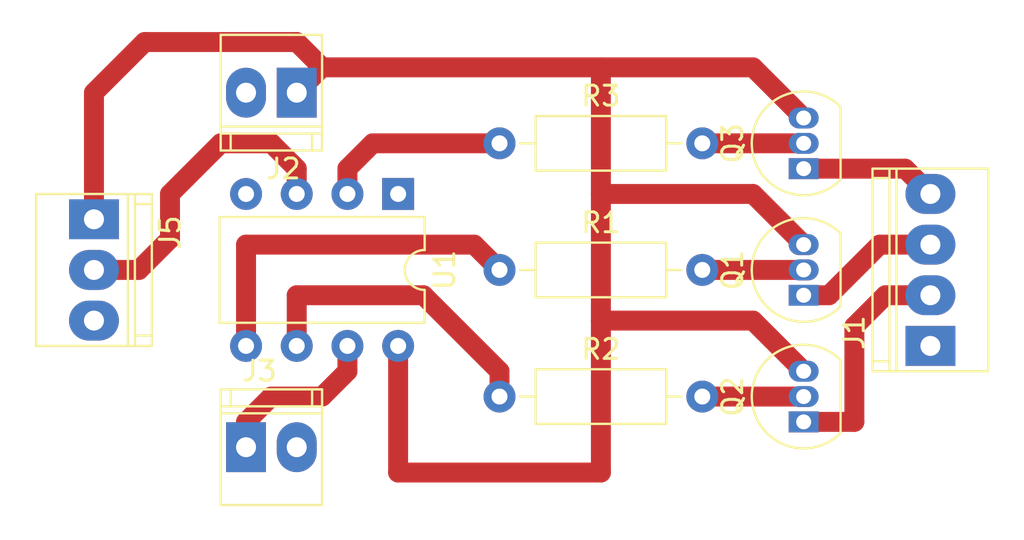
<source format=kicad_pcb>
(kicad_pcb (version 20171130) (host pcbnew "(5.1.6)-1")

  (general
    (thickness 1.6)
    (drawings 0)
    (tracks 51)
    (zones 0)
    (modules 11)
    (nets 15)
  )

  (page A4)
  (layers
    (0 F.Cu signal)
    (31 B.Cu signal)
    (32 B.Adhes user)
    (33 F.Adhes user)
    (34 B.Paste user)
    (35 F.Paste user)
    (36 B.SilkS user)
    (37 F.SilkS user)
    (38 B.Mask user)
    (39 F.Mask user)
    (40 Dwgs.User user)
    (41 Cmts.User user)
    (42 Eco1.User user)
    (43 Eco2.User user)
    (44 Edge.Cuts user)
    (45 Margin user)
    (46 B.CrtYd user)
    (47 F.CrtYd user)
    (48 B.Fab user)
    (49 F.Fab user)
  )

  (setup
    (last_trace_width 1)
    (user_trace_width 1)
    (trace_clearance 0.2)
    (zone_clearance 0.508)
    (zone_45_only no)
    (trace_min 0.2)
    (via_size 0.8)
    (via_drill 0.4)
    (via_min_size 0.4)
    (via_min_drill 0.3)
    (uvia_size 0.3)
    (uvia_drill 0.1)
    (uvias_allowed no)
    (uvia_min_size 0.2)
    (uvia_min_drill 0.1)
    (edge_width 0.05)
    (segment_width 0.2)
    (pcb_text_width 0.3)
    (pcb_text_size 1.5 1.5)
    (mod_edge_width 0.12)
    (mod_text_size 1 1)
    (mod_text_width 0.15)
    (pad_size 1.524 1.524)
    (pad_drill 0.762)
    (pad_to_mask_clearance 0.05)
    (aux_axis_origin 0 0)
    (visible_elements FFFFFF7F)
    (pcbplotparams
      (layerselection 0x010fc_ffffffff)
      (usegerberextensions false)
      (usegerberattributes true)
      (usegerberadvancedattributes true)
      (creategerberjobfile true)
      (excludeedgelayer true)
      (linewidth 0.100000)
      (plotframeref false)
      (viasonmask false)
      (mode 1)
      (useauxorigin false)
      (hpglpennumber 1)
      (hpglpenspeed 20)
      (hpglpendiameter 15.000000)
      (psnegative false)
      (psa4output false)
      (plotreference true)
      (plotvalue true)
      (plotinvisibletext false)
      (padsonsilk false)
      (subtractmaskfromsilk false)
      (outputformat 1)
      (mirror false)
      (drillshape 1)
      (scaleselection 1)
      (outputdirectory ""))
  )

  (net 0 "")
  (net 1 "Net-(J1-Pad4)")
  (net 2 "Net-(J1-Pad3)")
  (net 3 "Net-(J1-Pad2)")
  (net 4 GNDREF)
  (net 5 VCC)
  (net 6 PushButton)
  (net 7 Potentiomètre)
  (net 8 "Net-(Q1-Pad2)")
  (net 9 "Net-(Q2-Pad2)")
  (net 10 "Net-(Q3-Pad2)")
  (net 11 B)
  (net 12 G)
  (net 13 R)
  (net 14 "Net-(U1-Pad1)")

  (net_class Default "Ceci est la Netclass par défaut."
    (clearance 0.2)
    (trace_width 0.25)
    (via_dia 0.8)
    (via_drill 0.4)
    (uvia_dia 0.3)
    (uvia_drill 0.1)
    (add_net B)
    (add_net G)
    (add_net GNDREF)
    (add_net "Net-(J1-Pad2)")
    (add_net "Net-(J1-Pad3)")
    (add_net "Net-(J1-Pad4)")
    (add_net "Net-(Q1-Pad2)")
    (add_net "Net-(Q2-Pad2)")
    (add_net "Net-(Q3-Pad2)")
    (add_net "Net-(U1-Pad1)")
    (add_net Potentiomètre)
    (add_net PushButton)
    (add_net R)
    (add_net VCC)
  )

  (module Package_DIP:DIP-8_W7.62mm (layer F.Cu) (tedit 5A02E8C5) (tstamp 5EE4073E)
    (at 146.05 74.93 270)
    (descr "8-lead though-hole mounted DIP package, row spacing 7.62 mm (300 mils)")
    (tags "THT DIP DIL PDIP 2.54mm 7.62mm 300mil")
    (path /5EDFB624)
    (fp_text reference U1 (at 3.81 -2.33 90) (layer F.SilkS)
      (effects (font (size 1 1) (thickness 0.15)))
    )
    (fp_text value ATtiny85-20PU (at 3.81 9.95 90) (layer F.Fab)
      (effects (font (size 1 1) (thickness 0.15)))
    )
    (fp_text user %R (at 3.81 3.81 90) (layer F.Fab)
      (effects (font (size 1 1) (thickness 0.15)))
    )
    (fp_arc (start 3.81 -1.33) (end 2.81 -1.33) (angle -180) (layer F.SilkS) (width 0.12))
    (fp_line (start 1.635 -1.27) (end 6.985 -1.27) (layer F.Fab) (width 0.1))
    (fp_line (start 6.985 -1.27) (end 6.985 8.89) (layer F.Fab) (width 0.1))
    (fp_line (start 6.985 8.89) (end 0.635 8.89) (layer F.Fab) (width 0.1))
    (fp_line (start 0.635 8.89) (end 0.635 -0.27) (layer F.Fab) (width 0.1))
    (fp_line (start 0.635 -0.27) (end 1.635 -1.27) (layer F.Fab) (width 0.1))
    (fp_line (start 2.81 -1.33) (end 1.16 -1.33) (layer F.SilkS) (width 0.12))
    (fp_line (start 1.16 -1.33) (end 1.16 8.95) (layer F.SilkS) (width 0.12))
    (fp_line (start 1.16 8.95) (end 6.46 8.95) (layer F.SilkS) (width 0.12))
    (fp_line (start 6.46 8.95) (end 6.46 -1.33) (layer F.SilkS) (width 0.12))
    (fp_line (start 6.46 -1.33) (end 4.81 -1.33) (layer F.SilkS) (width 0.12))
    (fp_line (start -1.1 -1.55) (end -1.1 9.15) (layer F.CrtYd) (width 0.05))
    (fp_line (start -1.1 9.15) (end 8.7 9.15) (layer F.CrtYd) (width 0.05))
    (fp_line (start 8.7 9.15) (end 8.7 -1.55) (layer F.CrtYd) (width 0.05))
    (fp_line (start 8.7 -1.55) (end -1.1 -1.55) (layer F.CrtYd) (width 0.05))
    (pad 8 thru_hole oval (at 7.62 0 270) (size 1.6 1.6) (drill 0.8) (layers *.Cu *.Mask)
      (net 5 VCC))
    (pad 4 thru_hole oval (at 0 7.62 270) (size 1.6 1.6) (drill 0.8) (layers *.Cu *.Mask)
      (net 4 GNDREF))
    (pad 7 thru_hole oval (at 7.62 2.54 270) (size 1.6 1.6) (drill 0.8) (layers *.Cu *.Mask)
      (net 6 PushButton))
    (pad 3 thru_hole oval (at 0 5.08 270) (size 1.6 1.6) (drill 0.8) (layers *.Cu *.Mask)
      (net 7 Potentiomètre))
    (pad 6 thru_hole oval (at 7.62 5.08 270) (size 1.6 1.6) (drill 0.8) (layers *.Cu *.Mask)
      (net 12 G))
    (pad 2 thru_hole oval (at 0 2.54 270) (size 1.6 1.6) (drill 0.8) (layers *.Cu *.Mask)
      (net 13 R))
    (pad 5 thru_hole oval (at 7.62 7.62 270) (size 1.6 1.6) (drill 0.8) (layers *.Cu *.Mask)
      (net 11 B))
    (pad 1 thru_hole rect (at 0 0 270) (size 1.6 1.6) (drill 0.8) (layers *.Cu *.Mask)
      (net 14 "Net-(U1-Pad1)"))
    (model ${KISYS3DMOD}/Package_DIP.3dshapes/DIP-8_W7.62mm.wrl
      (at (xyz 0 0 0))
      (scale (xyz 1 1 1))
      (rotate (xyz 0 0 0))
    )
  )

  (module Resistor_THT:R_Axial_DIN0207_L6.3mm_D2.5mm_P10.16mm_Horizontal (layer F.Cu) (tedit 5AE5139B) (tstamp 5EE40722)
    (at 151.13 72.39)
    (descr "Resistor, Axial_DIN0207 series, Axial, Horizontal, pin pitch=10.16mm, 0.25W = 1/4W, length*diameter=6.3*2.5mm^2, http://cdn-reichelt.de/documents/datenblatt/B400/1_4W%23YAG.pdf")
    (tags "Resistor Axial_DIN0207 series Axial Horizontal pin pitch 10.16mm 0.25W = 1/4W length 6.3mm diameter 2.5mm")
    (path /5EE014EA)
    (fp_text reference R3 (at 5.08 -2.37) (layer F.SilkS)
      (effects (font (size 1 1) (thickness 0.15)))
    )
    (fp_text value 1k (at 5.08 2.37) (layer F.Fab)
      (effects (font (size 1 1) (thickness 0.15)))
    )
    (fp_text user %R (at 5.08 0) (layer F.Fab)
      (effects (font (size 1 1) (thickness 0.15)))
    )
    (fp_line (start 1.93 -1.25) (end 1.93 1.25) (layer F.Fab) (width 0.1))
    (fp_line (start 1.93 1.25) (end 8.23 1.25) (layer F.Fab) (width 0.1))
    (fp_line (start 8.23 1.25) (end 8.23 -1.25) (layer F.Fab) (width 0.1))
    (fp_line (start 8.23 -1.25) (end 1.93 -1.25) (layer F.Fab) (width 0.1))
    (fp_line (start 0 0) (end 1.93 0) (layer F.Fab) (width 0.1))
    (fp_line (start 10.16 0) (end 8.23 0) (layer F.Fab) (width 0.1))
    (fp_line (start 1.81 -1.37) (end 1.81 1.37) (layer F.SilkS) (width 0.12))
    (fp_line (start 1.81 1.37) (end 8.35 1.37) (layer F.SilkS) (width 0.12))
    (fp_line (start 8.35 1.37) (end 8.35 -1.37) (layer F.SilkS) (width 0.12))
    (fp_line (start 8.35 -1.37) (end 1.81 -1.37) (layer F.SilkS) (width 0.12))
    (fp_line (start 1.04 0) (end 1.81 0) (layer F.SilkS) (width 0.12))
    (fp_line (start 9.12 0) (end 8.35 0) (layer F.SilkS) (width 0.12))
    (fp_line (start -1.05 -1.5) (end -1.05 1.5) (layer F.CrtYd) (width 0.05))
    (fp_line (start -1.05 1.5) (end 11.21 1.5) (layer F.CrtYd) (width 0.05))
    (fp_line (start 11.21 1.5) (end 11.21 -1.5) (layer F.CrtYd) (width 0.05))
    (fp_line (start 11.21 -1.5) (end -1.05 -1.5) (layer F.CrtYd) (width 0.05))
    (pad 2 thru_hole oval (at 10.16 0) (size 1.6 1.6) (drill 0.8) (layers *.Cu *.Mask)
      (net 10 "Net-(Q3-Pad2)"))
    (pad 1 thru_hole circle (at 0 0) (size 1.6 1.6) (drill 0.8) (layers *.Cu *.Mask)
      (net 13 R))
    (model ${KISYS3DMOD}/Resistor_THT.3dshapes/R_Axial_DIN0207_L6.3mm_D2.5mm_P10.16mm_Horizontal.wrl
      (at (xyz 0 0 0))
      (scale (xyz 1 1 1))
      (rotate (xyz 0 0 0))
    )
  )

  (module Resistor_THT:R_Axial_DIN0207_L6.3mm_D2.5mm_P10.16mm_Horizontal (layer F.Cu) (tedit 5AE5139B) (tstamp 5EE4070B)
    (at 151.13 85.09)
    (descr "Resistor, Axial_DIN0207 series, Axial, Horizontal, pin pitch=10.16mm, 0.25W = 1/4W, length*diameter=6.3*2.5mm^2, http://cdn-reichelt.de/documents/datenblatt/B400/1_4W%23YAG.pdf")
    (tags "Resistor Axial_DIN0207 series Axial Horizontal pin pitch 10.16mm 0.25W = 1/4W length 6.3mm diameter 2.5mm")
    (path /5EE00C74)
    (fp_text reference R2 (at 5.08 -2.37) (layer F.SilkS)
      (effects (font (size 1 1) (thickness 0.15)))
    )
    (fp_text value 1k (at 5.08 2.37) (layer F.Fab)
      (effects (font (size 1 1) (thickness 0.15)))
    )
    (fp_text user %R (at 5.08 0) (layer F.Fab)
      (effects (font (size 1 1) (thickness 0.15)))
    )
    (fp_line (start 1.93 -1.25) (end 1.93 1.25) (layer F.Fab) (width 0.1))
    (fp_line (start 1.93 1.25) (end 8.23 1.25) (layer F.Fab) (width 0.1))
    (fp_line (start 8.23 1.25) (end 8.23 -1.25) (layer F.Fab) (width 0.1))
    (fp_line (start 8.23 -1.25) (end 1.93 -1.25) (layer F.Fab) (width 0.1))
    (fp_line (start 0 0) (end 1.93 0) (layer F.Fab) (width 0.1))
    (fp_line (start 10.16 0) (end 8.23 0) (layer F.Fab) (width 0.1))
    (fp_line (start 1.81 -1.37) (end 1.81 1.37) (layer F.SilkS) (width 0.12))
    (fp_line (start 1.81 1.37) (end 8.35 1.37) (layer F.SilkS) (width 0.12))
    (fp_line (start 8.35 1.37) (end 8.35 -1.37) (layer F.SilkS) (width 0.12))
    (fp_line (start 8.35 -1.37) (end 1.81 -1.37) (layer F.SilkS) (width 0.12))
    (fp_line (start 1.04 0) (end 1.81 0) (layer F.SilkS) (width 0.12))
    (fp_line (start 9.12 0) (end 8.35 0) (layer F.SilkS) (width 0.12))
    (fp_line (start -1.05 -1.5) (end -1.05 1.5) (layer F.CrtYd) (width 0.05))
    (fp_line (start -1.05 1.5) (end 11.21 1.5) (layer F.CrtYd) (width 0.05))
    (fp_line (start 11.21 1.5) (end 11.21 -1.5) (layer F.CrtYd) (width 0.05))
    (fp_line (start 11.21 -1.5) (end -1.05 -1.5) (layer F.CrtYd) (width 0.05))
    (pad 2 thru_hole oval (at 10.16 0) (size 1.6 1.6) (drill 0.8) (layers *.Cu *.Mask)
      (net 9 "Net-(Q2-Pad2)"))
    (pad 1 thru_hole circle (at 0 0) (size 1.6 1.6) (drill 0.8) (layers *.Cu *.Mask)
      (net 12 G))
    (model ${KISYS3DMOD}/Resistor_THT.3dshapes/R_Axial_DIN0207_L6.3mm_D2.5mm_P10.16mm_Horizontal.wrl
      (at (xyz 0 0 0))
      (scale (xyz 1 1 1))
      (rotate (xyz 0 0 0))
    )
  )

  (module Resistor_THT:R_Axial_DIN0207_L6.3mm_D2.5mm_P10.16mm_Horizontal (layer F.Cu) (tedit 5AE5139B) (tstamp 5EE406F4)
    (at 151.13 78.74)
    (descr "Resistor, Axial_DIN0207 series, Axial, Horizontal, pin pitch=10.16mm, 0.25W = 1/4W, length*diameter=6.3*2.5mm^2, http://cdn-reichelt.de/documents/datenblatt/B400/1_4W%23YAG.pdf")
    (tags "Resistor Axial_DIN0207 series Axial Horizontal pin pitch 10.16mm 0.25W = 1/4W length 6.3mm diameter 2.5mm")
    (path /5EDFFD3A)
    (fp_text reference R1 (at 5.08 -2.37) (layer F.SilkS)
      (effects (font (size 1 1) (thickness 0.15)))
    )
    (fp_text value 1k (at 5.08 2.37) (layer F.Fab)
      (effects (font (size 1 1) (thickness 0.15)))
    )
    (fp_text user %R (at 5.08 0) (layer F.Fab)
      (effects (font (size 1 1) (thickness 0.15)))
    )
    (fp_line (start 1.93 -1.25) (end 1.93 1.25) (layer F.Fab) (width 0.1))
    (fp_line (start 1.93 1.25) (end 8.23 1.25) (layer F.Fab) (width 0.1))
    (fp_line (start 8.23 1.25) (end 8.23 -1.25) (layer F.Fab) (width 0.1))
    (fp_line (start 8.23 -1.25) (end 1.93 -1.25) (layer F.Fab) (width 0.1))
    (fp_line (start 0 0) (end 1.93 0) (layer F.Fab) (width 0.1))
    (fp_line (start 10.16 0) (end 8.23 0) (layer F.Fab) (width 0.1))
    (fp_line (start 1.81 -1.37) (end 1.81 1.37) (layer F.SilkS) (width 0.12))
    (fp_line (start 1.81 1.37) (end 8.35 1.37) (layer F.SilkS) (width 0.12))
    (fp_line (start 8.35 1.37) (end 8.35 -1.37) (layer F.SilkS) (width 0.12))
    (fp_line (start 8.35 -1.37) (end 1.81 -1.37) (layer F.SilkS) (width 0.12))
    (fp_line (start 1.04 0) (end 1.81 0) (layer F.SilkS) (width 0.12))
    (fp_line (start 9.12 0) (end 8.35 0) (layer F.SilkS) (width 0.12))
    (fp_line (start -1.05 -1.5) (end -1.05 1.5) (layer F.CrtYd) (width 0.05))
    (fp_line (start -1.05 1.5) (end 11.21 1.5) (layer F.CrtYd) (width 0.05))
    (fp_line (start 11.21 1.5) (end 11.21 -1.5) (layer F.CrtYd) (width 0.05))
    (fp_line (start 11.21 -1.5) (end -1.05 -1.5) (layer F.CrtYd) (width 0.05))
    (pad 2 thru_hole oval (at 10.16 0) (size 1.6 1.6) (drill 0.8) (layers *.Cu *.Mask)
      (net 8 "Net-(Q1-Pad2)"))
    (pad 1 thru_hole circle (at 0 0) (size 1.6 1.6) (drill 0.8) (layers *.Cu *.Mask)
      (net 11 B))
    (model ${KISYS3DMOD}/Resistor_THT.3dshapes/R_Axial_DIN0207_L6.3mm_D2.5mm_P10.16mm_Horizontal.wrl
      (at (xyz 0 0 0))
      (scale (xyz 1 1 1))
      (rotate (xyz 0 0 0))
    )
  )

  (module Package_TO_SOT_THT:TO-92_Inline (layer F.Cu) (tedit 5A1DD157) (tstamp 5EE406DD)
    (at 166.37 73.66 90)
    (descr "TO-92 leads in-line, narrow, oval pads, drill 0.75mm (see NXP sot054_po.pdf)")
    (tags "to-92 sc-43 sc-43a sot54 PA33 transistor")
    (path /5EE0552A)
    (fp_text reference Q3 (at 1.27 -3.56 90) (layer F.SilkS)
      (effects (font (size 1 1) (thickness 0.15)))
    )
    (fp_text value PN2222A (at 1.27 2.79 90) (layer F.Fab)
      (effects (font (size 1 1) (thickness 0.15)))
    )
    (fp_arc (start 1.27 0) (end 1.27 -2.6) (angle 135) (layer F.SilkS) (width 0.12))
    (fp_arc (start 1.27 0) (end 1.27 -2.48) (angle -135) (layer F.Fab) (width 0.1))
    (fp_arc (start 1.27 0) (end 1.27 -2.6) (angle -135) (layer F.SilkS) (width 0.12))
    (fp_arc (start 1.27 0) (end 1.27 -2.48) (angle 135) (layer F.Fab) (width 0.1))
    (fp_text user %R (at 1.27 -3.56 90) (layer F.Fab)
      (effects (font (size 1 1) (thickness 0.15)))
    )
    (fp_line (start -0.53 1.85) (end 3.07 1.85) (layer F.SilkS) (width 0.12))
    (fp_line (start -0.5 1.75) (end 3 1.75) (layer F.Fab) (width 0.1))
    (fp_line (start -1.46 -2.73) (end 4 -2.73) (layer F.CrtYd) (width 0.05))
    (fp_line (start -1.46 -2.73) (end -1.46 2.01) (layer F.CrtYd) (width 0.05))
    (fp_line (start 4 2.01) (end 4 -2.73) (layer F.CrtYd) (width 0.05))
    (fp_line (start 4 2.01) (end -1.46 2.01) (layer F.CrtYd) (width 0.05))
    (pad 1 thru_hole rect (at 0 0 90) (size 1.05 1.5) (drill 0.75) (layers *.Cu *.Mask)
      (net 1 "Net-(J1-Pad4)"))
    (pad 3 thru_hole oval (at 2.54 0 90) (size 1.05 1.5) (drill 0.75) (layers *.Cu *.Mask)
      (net 5 VCC))
    (pad 2 thru_hole oval (at 1.27 0 90) (size 1.05 1.5) (drill 0.75) (layers *.Cu *.Mask)
      (net 10 "Net-(Q3-Pad2)"))
    (model ${KISYS3DMOD}/Package_TO_SOT_THT.3dshapes/TO-92_Inline.wrl
      (at (xyz 0 0 0))
      (scale (xyz 1 1 1))
      (rotate (xyz 0 0 0))
    )
  )

  (module Package_TO_SOT_THT:TO-92_Inline (layer F.Cu) (tedit 5A1DD157) (tstamp 5EE406CB)
    (at 166.37 86.36 90)
    (descr "TO-92 leads in-line, narrow, oval pads, drill 0.75mm (see NXP sot054_po.pdf)")
    (tags "to-92 sc-43 sc-43a sot54 PA33 transistor")
    (path /5EDFD2C2)
    (fp_text reference Q2 (at 1.27 -3.56 90) (layer F.SilkS)
      (effects (font (size 1 1) (thickness 0.15)))
    )
    (fp_text value PN2222A (at 1.27 2.79 90) (layer F.Fab)
      (effects (font (size 1 1) (thickness 0.15)))
    )
    (fp_arc (start 1.27 0) (end 1.27 -2.6) (angle 135) (layer F.SilkS) (width 0.12))
    (fp_arc (start 1.27 0) (end 1.27 -2.48) (angle -135) (layer F.Fab) (width 0.1))
    (fp_arc (start 1.27 0) (end 1.27 -2.6) (angle -135) (layer F.SilkS) (width 0.12))
    (fp_arc (start 1.27 0) (end 1.27 -2.48) (angle 135) (layer F.Fab) (width 0.1))
    (fp_text user %R (at 1.27 -3.56 90) (layer F.Fab)
      (effects (font (size 1 1) (thickness 0.15)))
    )
    (fp_line (start -0.53 1.85) (end 3.07 1.85) (layer F.SilkS) (width 0.12))
    (fp_line (start -0.5 1.75) (end 3 1.75) (layer F.Fab) (width 0.1))
    (fp_line (start -1.46 -2.73) (end 4 -2.73) (layer F.CrtYd) (width 0.05))
    (fp_line (start -1.46 -2.73) (end -1.46 2.01) (layer F.CrtYd) (width 0.05))
    (fp_line (start 4 2.01) (end 4 -2.73) (layer F.CrtYd) (width 0.05))
    (fp_line (start 4 2.01) (end -1.46 2.01) (layer F.CrtYd) (width 0.05))
    (pad 1 thru_hole rect (at 0 0 90) (size 1.05 1.5) (drill 0.75) (layers *.Cu *.Mask)
      (net 3 "Net-(J1-Pad2)"))
    (pad 3 thru_hole oval (at 2.54 0 90) (size 1.05 1.5) (drill 0.75) (layers *.Cu *.Mask)
      (net 5 VCC))
    (pad 2 thru_hole oval (at 1.27 0 90) (size 1.05 1.5) (drill 0.75) (layers *.Cu *.Mask)
      (net 9 "Net-(Q2-Pad2)"))
    (model ${KISYS3DMOD}/Package_TO_SOT_THT.3dshapes/TO-92_Inline.wrl
      (at (xyz 0 0 0))
      (scale (xyz 1 1 1))
      (rotate (xyz 0 0 0))
    )
  )

  (module Package_TO_SOT_THT:TO-92_Inline (layer F.Cu) (tedit 5A1DD157) (tstamp 5EE406B9)
    (at 166.37 80.01 90)
    (descr "TO-92 leads in-line, narrow, oval pads, drill 0.75mm (see NXP sot054_po.pdf)")
    (tags "to-92 sc-43 sc-43a sot54 PA33 transistor")
    (path /5EDFC705)
    (fp_text reference Q1 (at 1.27 -3.56 90) (layer F.SilkS)
      (effects (font (size 1 1) (thickness 0.15)))
    )
    (fp_text value PN2222A (at 1.27 2.79 90) (layer F.Fab)
      (effects (font (size 1 1) (thickness 0.15)))
    )
    (fp_arc (start 1.27 0) (end 1.27 -2.6) (angle 135) (layer F.SilkS) (width 0.12))
    (fp_arc (start 1.27 0) (end 1.27 -2.48) (angle -135) (layer F.Fab) (width 0.1))
    (fp_arc (start 1.27 0) (end 1.27 -2.6) (angle -135) (layer F.SilkS) (width 0.12))
    (fp_arc (start 1.27 0) (end 1.27 -2.48) (angle 135) (layer F.Fab) (width 0.1))
    (fp_text user %R (at 1.27 -3.56 90) (layer F.Fab)
      (effects (font (size 1 1) (thickness 0.15)))
    )
    (fp_line (start -0.53 1.85) (end 3.07 1.85) (layer F.SilkS) (width 0.12))
    (fp_line (start -0.5 1.75) (end 3 1.75) (layer F.Fab) (width 0.1))
    (fp_line (start -1.46 -2.73) (end 4 -2.73) (layer F.CrtYd) (width 0.05))
    (fp_line (start -1.46 -2.73) (end -1.46 2.01) (layer F.CrtYd) (width 0.05))
    (fp_line (start 4 2.01) (end 4 -2.73) (layer F.CrtYd) (width 0.05))
    (fp_line (start 4 2.01) (end -1.46 2.01) (layer F.CrtYd) (width 0.05))
    (pad 1 thru_hole rect (at 0 0 90) (size 1.05 1.5) (drill 0.75) (layers *.Cu *.Mask)
      (net 2 "Net-(J1-Pad3)"))
    (pad 3 thru_hole oval (at 2.54 0 90) (size 1.05 1.5) (drill 0.75) (layers *.Cu *.Mask)
      (net 5 VCC))
    (pad 2 thru_hole oval (at 1.27 0 90) (size 1.05 1.5) (drill 0.75) (layers *.Cu *.Mask)
      (net 8 "Net-(Q1-Pad2)"))
    (model ${KISYS3DMOD}/Package_TO_SOT_THT.3dshapes/TO-92_Inline.wrl
      (at (xyz 0 0 0))
      (scale (xyz 1 1 1))
      (rotate (xyz 0 0 0))
    )
  )

  (module RFA_Connector:Gotronic_S003 (layer F.Cu) (tedit 5EE3A83B) (tstamp 5EE406A7)
    (at 130.81 76.2 270)
    (tags "Connecteur 01x02 S002 Gotronic")
    (path /5EE245E6)
    (fp_text reference J5 (at 0.67 -3.82 90) (layer F.SilkS)
      (effects (font (size 1 1) (thickness 0.15)))
    )
    (fp_text value Potentiomètre (at 2.72 3.86 90) (layer F.Fab)
      (effects (font (size 1 1) (thickness 0.15)))
    )
    (fp_text user %R (at 1.01 2.09 90) (layer F.Fab)
      (effects (font (size 1 1) (thickness 0.15)))
    )
    (fp_line (start -1.27 -2.9) (end 6.35 -2.9) (layer F.SilkS) (width 0.12))
    (fp_line (start 6.35 -2.9) (end 6.35 2.9) (layer F.SilkS) (width 0.12))
    (fp_line (start 6.35 2.9) (end -1.27 2.9) (layer F.SilkS) (width 0.12))
    (fp_line (start -1.27 2.9) (end -1.27 -2.9) (layer F.SilkS) (width 0.12))
    (fp_line (start -1.27 -2.05) (end 6.34 -2.05) (layer F.SilkS) (width 0.12))
    (fp_line (start -1.27 -1.7) (end 6.33 -1.7) (layer F.SilkS) (width 0.12))
    (fp_line (start -0.77 -2.89) (end -0.77 -2.08) (layer F.SilkS) (width 0.12))
    (fp_line (start 5.83 -2.89) (end 5.83 -2.09) (layer F.SilkS) (width 0.12))
    (fp_line (start -1.27 -2.9) (end 6.35 -2.9) (layer F.CrtYd) (width 0.12))
    (fp_line (start 6.35 -2.9) (end 6.35 2.9) (layer F.CrtYd) (width 0.12))
    (fp_line (start 6.35 2.9) (end -1.27 2.9) (layer F.CrtYd) (width 0.12))
    (fp_line (start -1.27 2.9) (end -1.27 -2.9) (layer F.CrtYd) (width 0.12))
    (fp_line (start -1.27 -2.9) (end 6.35 -2.9) (layer F.Fab) (width 0.12))
    (fp_line (start 6.35 -2.9) (end 6.35 2.9) (layer F.Fab) (width 0.12))
    (fp_line (start 6.35 2.9) (end -1.27 2.9) (layer F.Fab) (width 0.12))
    (fp_line (start -1.27 2.9) (end -1.27 -2.9) (layer F.Fab) (width 0.12))
    (fp_line (start -1.27 -2.9) (end -1.26 -2.9) (layer F.Fab) (width 0.12))
    (pad 3 thru_hole oval (at 5.08 0 270) (size 2 2.5) (drill 1) (layers *.Cu *.Mask)
      (net 4 GNDREF))
    (pad 2 thru_hole oval (at 2.54 0 270) (size 2 2.5) (drill 1) (layers *.Cu *.Mask)
      (net 7 Potentiomètre))
    (pad 1 thru_hole rect (at 0 0 270) (size 2 2.5) (drill 1) (layers *.Cu *.Mask)
      (net 5 VCC))
  )

  (module RFA_Connector:Gotronic_S002 (layer F.Cu) (tedit 5EE0CF48) (tstamp 5EE4068E)
    (at 138.43 87.63)
    (tags "Connecteur 01x02 S002 Gotronic")
    (path /5EE23575)
    (fp_text reference J3 (at 0.67 -3.82) (layer F.SilkS)
      (effects (font (size 1 1) (thickness 0.15)))
    )
    (fp_text value Pushbutton (at 1.79 3.8) (layer F.Fab)
      (effects (font (size 1 1) (thickness 0.15)))
    )
    (fp_text user %R (at 1.01 2.09) (layer F.Fab)
      (effects (font (size 1 1) (thickness 0.15)))
    )
    (fp_line (start -1.27 -2.9) (end 3.81 -2.9) (layer F.SilkS) (width 0.12))
    (fp_line (start 3.81 -2.9) (end 3.81 2.9) (layer F.SilkS) (width 0.12))
    (fp_line (start 3.81 2.9) (end -1.27 2.9) (layer F.SilkS) (width 0.12))
    (fp_line (start -1.27 2.9) (end -1.27 -2.9) (layer F.SilkS) (width 0.12))
    (fp_line (start -1.27 -2.05) (end 3.81 -2.05) (layer F.SilkS) (width 0.12))
    (fp_line (start -1.27 -1.7) (end 3.81 -1.7) (layer F.SilkS) (width 0.12))
    (fp_line (start -0.77 -2.89) (end -0.77 -2.08) (layer F.SilkS) (width 0.12))
    (fp_line (start 3.31 -2.88) (end 3.31 -2.06) (layer F.SilkS) (width 0.12))
    (fp_line (start -1.27 -2.9) (end 3.81 -2.9) (layer F.CrtYd) (width 0.12))
    (fp_line (start 3.81 -2.9) (end 3.81 2.9) (layer F.CrtYd) (width 0.12))
    (fp_line (start 3.81 2.9) (end -1.27 2.9) (layer F.CrtYd) (width 0.12))
    (fp_line (start -1.27 2.9) (end -1.27 -2.9) (layer F.CrtYd) (width 0.12))
    (fp_line (start -1.27 -2.9) (end 3.81 -2.9) (layer F.Fab) (width 0.12))
    (fp_line (start 3.81 -2.9) (end 3.81 2.9) (layer F.Fab) (width 0.12))
    (fp_line (start 3.81 2.9) (end -1.27 2.9) (layer F.Fab) (width 0.12))
    (fp_line (start -1.27 2.9) (end -1.27 -2.9) (layer F.Fab) (width 0.12))
    (fp_line (start -1.27 -2.9) (end -1.26 -2.9) (layer F.Fab) (width 0.12))
    (pad 2 thru_hole oval (at 2.54 0) (size 2 2.5) (drill 1) (layers *.Cu *.Mask)
      (net 4 GNDREF))
    (pad 1 thru_hole rect (at 0 0) (size 2 2.5) (drill 1) (layers *.Cu *.Mask)
      (net 6 PushButton))
  )

  (module RFA_Connector:Gotronic_S002 (layer F.Cu) (tedit 5EE0CF48) (tstamp 5EE40676)
    (at 140.97 69.85 180)
    (tags "Connecteur 01x02 S002 Gotronic")
    (path /5EE21198)
    (fp_text reference J2 (at 0.67 -3.82) (layer F.SilkS)
      (effects (font (size 1 1) (thickness 0.15)))
    )
    (fp_text value Alimentation (at 1.79 3.8) (layer F.Fab)
      (effects (font (size 1 1) (thickness 0.15)))
    )
    (fp_text user %R (at 1.01 2.09) (layer F.Fab)
      (effects (font (size 1 1) (thickness 0.15)))
    )
    (fp_line (start -1.27 -2.9) (end 3.81 -2.9) (layer F.SilkS) (width 0.12))
    (fp_line (start 3.81 -2.9) (end 3.81 2.9) (layer F.SilkS) (width 0.12))
    (fp_line (start 3.81 2.9) (end -1.27 2.9) (layer F.SilkS) (width 0.12))
    (fp_line (start -1.27 2.9) (end -1.27 -2.9) (layer F.SilkS) (width 0.12))
    (fp_line (start -1.27 -2.05) (end 3.81 -2.05) (layer F.SilkS) (width 0.12))
    (fp_line (start -1.27 -1.7) (end 3.81 -1.7) (layer F.SilkS) (width 0.12))
    (fp_line (start -0.77 -2.89) (end -0.77 -2.08) (layer F.SilkS) (width 0.12))
    (fp_line (start 3.31 -2.88) (end 3.31 -2.06) (layer F.SilkS) (width 0.12))
    (fp_line (start -1.27 -2.9) (end 3.81 -2.9) (layer F.CrtYd) (width 0.12))
    (fp_line (start 3.81 -2.9) (end 3.81 2.9) (layer F.CrtYd) (width 0.12))
    (fp_line (start 3.81 2.9) (end -1.27 2.9) (layer F.CrtYd) (width 0.12))
    (fp_line (start -1.27 2.9) (end -1.27 -2.9) (layer F.CrtYd) (width 0.12))
    (fp_line (start -1.27 -2.9) (end 3.81 -2.9) (layer F.Fab) (width 0.12))
    (fp_line (start 3.81 -2.9) (end 3.81 2.9) (layer F.Fab) (width 0.12))
    (fp_line (start 3.81 2.9) (end -1.27 2.9) (layer F.Fab) (width 0.12))
    (fp_line (start -1.27 2.9) (end -1.27 -2.9) (layer F.Fab) (width 0.12))
    (fp_line (start -1.27 -2.9) (end -1.26 -2.9) (layer F.Fab) (width 0.12))
    (pad 2 thru_hole oval (at 2.54 0 180) (size 2 2.5) (drill 1) (layers *.Cu *.Mask)
      (net 4 GNDREF))
    (pad 1 thru_hole rect (at 0 0 180) (size 2 2.5) (drill 1) (layers *.Cu *.Mask)
      (net 5 VCC))
  )

  (module RFA_Connector:Gotronic_S004 (layer F.Cu) (tedit 5EE3A831) (tstamp 5EE4065E)
    (at 172.72 82.55 90)
    (tags "Connecteur 01x02 S002 Gotronic")
    (path /5EE06C5E)
    (fp_text reference J1 (at 0.67 -3.82 90) (layer F.SilkS)
      (effects (font (size 1 1) (thickness 0.15)))
    )
    (fp_text value Leds (at 3.81 3.85 90) (layer F.Fab)
      (effects (font (size 1 1) (thickness 0.15)))
    )
    (fp_text user %R (at 1.01 2.09 90) (layer F.Fab)
      (effects (font (size 1 1) (thickness 0.15)))
    )
    (fp_line (start -1.27 -2.9) (end -1.26 -2.9) (layer F.Fab) (width 0.12))
    (fp_line (start -1.27 2.9) (end -1.27 -2.9) (layer F.Fab) (width 0.12))
    (fp_line (start 8.89 2.9) (end -1.27 2.9) (layer F.Fab) (width 0.12))
    (fp_line (start 8.89 -2.9) (end 8.89 2.9) (layer F.Fab) (width 0.12))
    (fp_line (start -1.27 -2.9) (end 8.89 -2.9) (layer F.Fab) (width 0.12))
    (fp_line (start -1.27 2.9) (end -1.27 -2.9) (layer F.CrtYd) (width 0.12))
    (fp_line (start 8.89 2.9) (end -1.27 2.9) (layer F.CrtYd) (width 0.12))
    (fp_line (start 8.89 -2.9) (end 8.89 2.9) (layer F.CrtYd) (width 0.12))
    (fp_line (start -1.27 -2.9) (end 8.89 -2.9) (layer F.CrtYd) (width 0.12))
    (fp_line (start 8.42 -2.87) (end 8.42 -2.08) (layer F.SilkS) (width 0.12))
    (fp_line (start -0.77 -2.89) (end -0.77 -2.08) (layer F.SilkS) (width 0.12))
    (fp_line (start -1.27 -1.7) (end 8.86 -1.7) (layer F.SilkS) (width 0.12))
    (fp_line (start -1.27 -2.05) (end 8.87 -2.05) (layer F.SilkS) (width 0.12))
    (fp_line (start -1.27 2.9) (end -1.27 -2.9) (layer F.SilkS) (width 0.12))
    (fp_line (start 8.89 2.9) (end -1.27 2.9) (layer F.SilkS) (width 0.12))
    (fp_line (start 8.89 -2.9) (end 8.89 2.9) (layer F.SilkS) (width 0.12))
    (fp_line (start -1.27 -2.9) (end 8.89 -2.9) (layer F.SilkS) (width 0.12))
    (pad 4 thru_hole oval (at 7.62 0 90) (size 2 2.5) (drill 1) (layers *.Cu *.Mask)
      (net 1 "Net-(J1-Pad4)"))
    (pad 3 thru_hole oval (at 5.08 0 90) (size 2 2.5) (drill 1) (layers *.Cu *.Mask)
      (net 2 "Net-(J1-Pad3)"))
    (pad 2 thru_hole oval (at 2.54 0 90) (size 2 2.5) (drill 1) (layers *.Cu *.Mask)
      (net 3 "Net-(J1-Pad2)"))
    (pad 1 thru_hole rect (at 0 0 90) (size 2 2.5) (drill 1) (layers *.Cu *.Mask)
      (net 4 GNDREF))
  )

  (segment (start 171.45 73.66) (end 172.72 74.93) (width 1) (layer F.Cu) (net 1))
  (segment (start 166.37 73.66) (end 171.45 73.66) (width 1) (layer F.Cu) (net 1))
  (segment (start 166.37 80.01) (end 167.64 80.01) (width 1) (layer F.Cu) (net 2))
  (segment (start 170.18 77.47) (end 172.72 77.47) (width 1) (layer F.Cu) (net 2))
  (segment (start 167.64 80.01) (end 170.18 77.47) (width 1) (layer F.Cu) (net 2))
  (segment (start 166.37 86.36) (end 168.91 86.36) (width 1) (layer F.Cu) (net 3))
  (segment (start 170.47 80.01) (end 172.72 80.01) (width 1) (layer F.Cu) (net 3))
  (segment (start 168.91 81.57) (end 170.47 80.01) (width 1) (layer F.Cu) (net 3))
  (segment (start 168.91 86.36) (end 168.91 81.57) (width 1) (layer F.Cu) (net 3))
  (segment (start 146.05 82.55) (end 146.05 88.9) (width 1) (layer F.Cu) (net 5))
  (segment (start 146.05 88.9) (end 156.21 88.9) (width 1) (layer F.Cu) (net 5))
  (segment (start 163.83 68.58) (end 166.37 71.12) (width 1) (layer F.Cu) (net 5))
  (segment (start 156.21 68.58) (end 163.83 68.58) (width 1) (layer F.Cu) (net 5))
  (segment (start 163.83 74.93) (end 166.37 77.47) (width 1) (layer F.Cu) (net 5))
  (segment (start 156.21 74.93) (end 156.21 68.58) (width 1) (layer F.Cu) (net 5))
  (segment (start 156.21 74.93) (end 163.83 74.93) (width 1) (layer F.Cu) (net 5))
  (segment (start 163.83 81.28) (end 166.37 83.82) (width 1) (layer F.Cu) (net 5))
  (segment (start 156.21 81.28) (end 163.83 81.28) (width 1) (layer F.Cu) (net 5))
  (segment (start 156.21 81.28) (end 156.21 74.93) (width 1) (layer F.Cu) (net 5))
  (segment (start 156.21 88.9) (end 156.21 81.28) (width 1) (layer F.Cu) (net 5))
  (segment (start 142.24 68.58) (end 140.97 69.85) (width 1) (layer F.Cu) (net 5))
  (segment (start 156.21 68.58) (end 142.24 68.58) (width 1) (layer F.Cu) (net 5))
  (segment (start 130.81 76.2) (end 130.81 69.85) (width 1) (layer F.Cu) (net 5))
  (segment (start 130.81 69.85) (end 133.35 67.31) (width 1) (layer F.Cu) (net 5))
  (segment (start 133.35 67.31) (end 140.97 67.31) (width 1) (layer F.Cu) (net 5))
  (segment (start 140.97 67.31) (end 142.24 68.58) (width 1) (layer F.Cu) (net 5))
  (segment (start 143.51 83.82) (end 143.51 82.55) (width 1) (layer F.Cu) (net 6))
  (segment (start 142.24 85.09) (end 143.51 83.82) (width 1) (layer F.Cu) (net 6))
  (segment (start 139.7 85.09) (end 142.24 85.09) (width 1) (layer F.Cu) (net 6))
  (segment (start 138.43 87.63) (end 138.43 86.36) (width 1) (layer F.Cu) (net 6))
  (segment (start 138.43 86.36) (end 139.7 85.09) (width 1) (layer F.Cu) (net 6))
  (segment (start 133.06 78.74) (end 130.81 78.74) (width 1) (layer F.Cu) (net 7))
  (segment (start 134.62 77.18) (end 133.06 78.74) (width 1) (layer F.Cu) (net 7))
  (segment (start 140.97 74.93) (end 140.97 73.66) (width 1) (layer F.Cu) (net 7))
  (segment (start 139.7 72.39) (end 137.16 72.39) (width 1) (layer F.Cu) (net 7))
  (segment (start 140.97 73.66) (end 139.7 72.39) (width 1) (layer F.Cu) (net 7))
  (segment (start 134.62 74.93) (end 134.62 77.18) (width 1) (layer F.Cu) (net 7))
  (segment (start 137.16 72.39) (end 134.62 74.93) (width 1) (layer F.Cu) (net 7))
  (segment (start 161.29 78.74) (end 166.37 78.74) (width 1) (layer F.Cu) (net 8))
  (segment (start 161.29 85.09) (end 166.37 85.09) (width 1) (layer F.Cu) (net 9))
  (segment (start 161.29 72.39) (end 166.37 72.39) (width 1) (layer F.Cu) (net 10))
  (segment (start 138.43 82.55) (end 138.43 77.47) (width 1) (layer F.Cu) (net 11))
  (segment (start 149.86 77.47) (end 151.13 78.74) (width 1) (layer F.Cu) (net 11))
  (segment (start 138.43 77.47) (end 149.86 77.47) (width 1) (layer F.Cu) (net 11))
  (segment (start 140.97 82.55) (end 140.97 80.01) (width 1) (layer F.Cu) (net 12))
  (segment (start 140.97 80.01) (end 147.32 80.01) (width 1) (layer F.Cu) (net 12))
  (segment (start 147.32 80.01) (end 151.13 83.82) (width 1) (layer F.Cu) (net 12))
  (segment (start 151.13 83.82) (end 151.13 85.09) (width 1) (layer F.Cu) (net 12))
  (segment (start 143.51 74.93) (end 143.51 73.66) (width 1) (layer F.Cu) (net 13))
  (segment (start 144.78 72.39) (end 151.13 72.39) (width 1) (layer F.Cu) (net 13))
  (segment (start 143.51 73.66) (end 144.78 72.39) (width 1) (layer F.Cu) (net 13))

)

</source>
